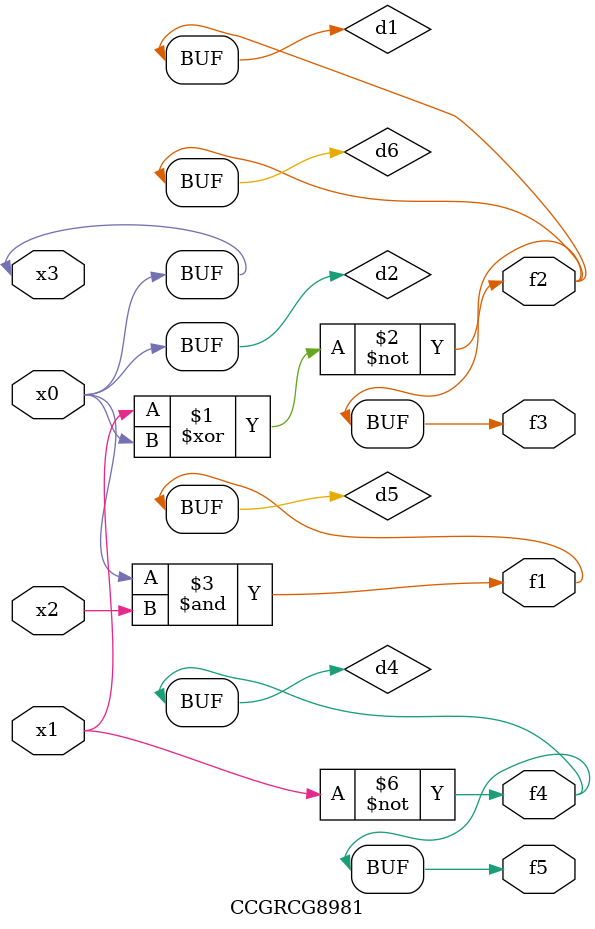
<source format=v>
module CCGRCG8981(
	input x0, x1, x2, x3,
	output f1, f2, f3, f4, f5
);

	wire d1, d2, d3, d4, d5, d6;

	xnor (d1, x1, x3);
	buf (d2, x0, x3);
	nand (d3, x0, x2);
	not (d4, x1);
	nand (d5, d3);
	or (d6, d1);
	assign f1 = d5;
	assign f2 = d6;
	assign f3 = d6;
	assign f4 = d4;
	assign f5 = d4;
endmodule

</source>
